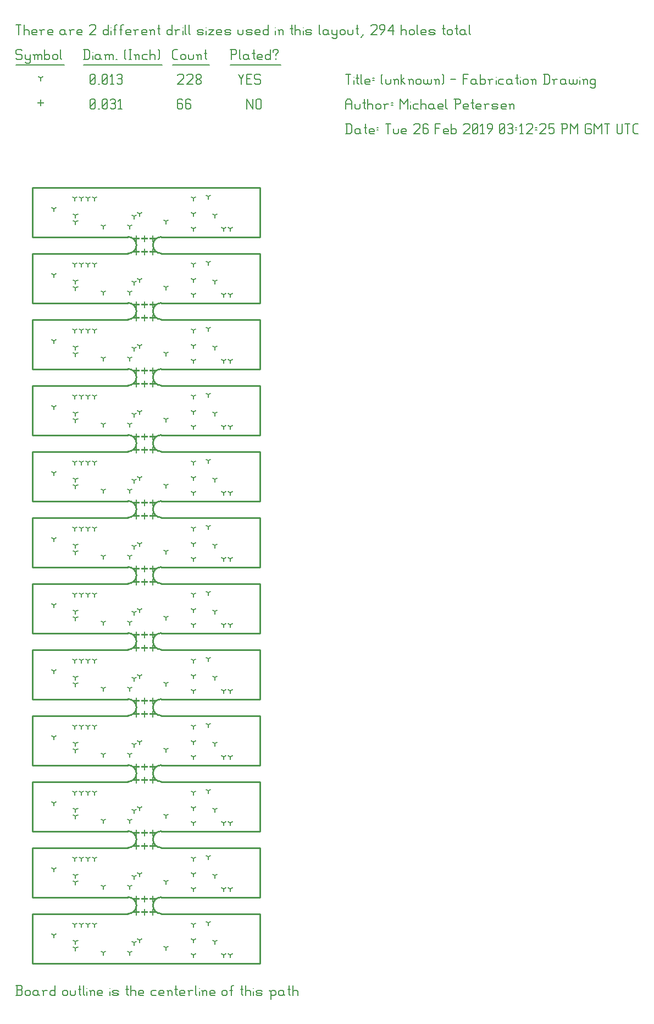
<source format=gbr>
G04 start of page 13 for group -3984 idx -3984 *
G04 Title: (unknown), fab *
G04 Creator: pcb 20140316 *
G04 CreationDate: Tue 26 Feb 2019 03:12:25 PM GMT UTC *
G04 For: railfan *
G04 Format: Gerber/RS-274X *
G04 PCB-Dimensions (mil): 1580.00 4900.00 *
G04 PCB-Coordinate-Origin: lower left *
%MOIN*%
%FSLAX25Y25*%
%LNFAB*%
%ADD55C,0.0100*%
%ADD54C,0.0075*%
%ADD53C,0.0060*%
%ADD52R,0.0080X0.0080*%
G54D52*X78000Y450600D02*Y447400D01*
X76400Y449000D02*X79600D01*
X73000Y450600D02*Y447400D01*
X71400Y449000D02*X74600D01*
X83000Y450600D02*Y447400D01*
X81400Y449000D02*X84600D01*
X78000Y442600D02*Y439400D01*
X76400Y441000D02*X79600D01*
X73000Y442600D02*Y439400D01*
X71400Y441000D02*X74600D01*
X83000Y442600D02*Y439400D01*
X81400Y441000D02*X84600D01*
X78000Y410600D02*Y407400D01*
X76400Y409000D02*X79600D01*
X73000Y410600D02*Y407400D01*
X71400Y409000D02*X74600D01*
X83000Y410600D02*Y407400D01*
X81400Y409000D02*X84600D01*
X78000Y402600D02*Y399400D01*
X76400Y401000D02*X79600D01*
X73000Y402600D02*Y399400D01*
X71400Y401000D02*X74600D01*
X83000Y402600D02*Y399400D01*
X81400Y401000D02*X84600D01*
X78000Y370600D02*Y367400D01*
X76400Y369000D02*X79600D01*
X73000Y370600D02*Y367400D01*
X71400Y369000D02*X74600D01*
X83000Y370600D02*Y367400D01*
X81400Y369000D02*X84600D01*
X78000Y362600D02*Y359400D01*
X76400Y361000D02*X79600D01*
X73000Y362600D02*Y359400D01*
X71400Y361000D02*X74600D01*
X83000Y362600D02*Y359400D01*
X81400Y361000D02*X84600D01*
X78000Y330600D02*Y327400D01*
X76400Y329000D02*X79600D01*
X73000Y330600D02*Y327400D01*
X71400Y329000D02*X74600D01*
X83000Y330600D02*Y327400D01*
X81400Y329000D02*X84600D01*
X78000Y322600D02*Y319400D01*
X76400Y321000D02*X79600D01*
X73000Y322600D02*Y319400D01*
X71400Y321000D02*X74600D01*
X83000Y322600D02*Y319400D01*
X81400Y321000D02*X84600D01*
X78000Y290600D02*Y287400D01*
X76400Y289000D02*X79600D01*
X73000Y290600D02*Y287400D01*
X71400Y289000D02*X74600D01*
X83000Y290600D02*Y287400D01*
X81400Y289000D02*X84600D01*
X78000Y282600D02*Y279400D01*
X76400Y281000D02*X79600D01*
X73000Y282600D02*Y279400D01*
X71400Y281000D02*X74600D01*
X83000Y282600D02*Y279400D01*
X81400Y281000D02*X84600D01*
X78000Y250600D02*Y247400D01*
X76400Y249000D02*X79600D01*
X73000Y250600D02*Y247400D01*
X71400Y249000D02*X74600D01*
X83000Y250600D02*Y247400D01*
X81400Y249000D02*X84600D01*
X78000Y242600D02*Y239400D01*
X76400Y241000D02*X79600D01*
X73000Y242600D02*Y239400D01*
X71400Y241000D02*X74600D01*
X83000Y242600D02*Y239400D01*
X81400Y241000D02*X84600D01*
X78000Y210600D02*Y207400D01*
X76400Y209000D02*X79600D01*
X73000Y210600D02*Y207400D01*
X71400Y209000D02*X74600D01*
X83000Y210600D02*Y207400D01*
X81400Y209000D02*X84600D01*
X78000Y202600D02*Y199400D01*
X76400Y201000D02*X79600D01*
X73000Y202600D02*Y199400D01*
X71400Y201000D02*X74600D01*
X83000Y202600D02*Y199400D01*
X81400Y201000D02*X84600D01*
X78000Y170600D02*Y167400D01*
X76400Y169000D02*X79600D01*
X73000Y170600D02*Y167400D01*
X71400Y169000D02*X74600D01*
X83000Y170600D02*Y167400D01*
X81400Y169000D02*X84600D01*
X78000Y162600D02*Y159400D01*
X76400Y161000D02*X79600D01*
X73000Y162600D02*Y159400D01*
X71400Y161000D02*X74600D01*
X83000Y162600D02*Y159400D01*
X81400Y161000D02*X84600D01*
X78000Y130600D02*Y127400D01*
X76400Y129000D02*X79600D01*
X73000Y130600D02*Y127400D01*
X71400Y129000D02*X74600D01*
X83000Y130600D02*Y127400D01*
X81400Y129000D02*X84600D01*
X78000Y122600D02*Y119400D01*
X76400Y121000D02*X79600D01*
X73000Y122600D02*Y119400D01*
X71400Y121000D02*X74600D01*
X83000Y122600D02*Y119400D01*
X81400Y121000D02*X84600D01*
X78000Y90600D02*Y87400D01*
X76400Y89000D02*X79600D01*
X73000Y90600D02*Y87400D01*
X71400Y89000D02*X74600D01*
X83000Y90600D02*Y87400D01*
X81400Y89000D02*X84600D01*
X78000Y82600D02*Y79400D01*
X76400Y81000D02*X79600D01*
X73000Y82600D02*Y79400D01*
X71400Y81000D02*X74600D01*
X83000Y82600D02*Y79400D01*
X81400Y81000D02*X84600D01*
X78000Y50600D02*Y47400D01*
X76400Y49000D02*X79600D01*
X73000Y50600D02*Y47400D01*
X71400Y49000D02*X74600D01*
X83000Y50600D02*Y47400D01*
X81400Y49000D02*X84600D01*
X78000Y42600D02*Y39400D01*
X76400Y41000D02*X79600D01*
X73000Y42600D02*Y39400D01*
X71400Y41000D02*X74600D01*
X83000Y42600D02*Y39400D01*
X81400Y41000D02*X84600D01*
X15000Y532850D02*Y529650D01*
X13400Y531250D02*X16600D01*
G54D53*X140000Y533500D02*Y527500D01*
Y533500D02*X143750Y527500D01*
Y533500D02*Y527500D01*
X145550Y532750D02*Y528250D01*
Y532750D02*X146300Y533500D01*
X147800D01*
X148550Y532750D01*
Y528250D01*
X147800Y527500D02*X148550Y528250D01*
X146300Y527500D02*X147800D01*
X145550Y528250D02*X146300Y527500D01*
X100250Y533500D02*X101000Y532750D01*
X98750Y533500D02*X100250D01*
X98000Y532750D02*X98750Y533500D01*
X98000Y532750D02*Y528250D01*
X98750Y527500D01*
X100250Y530800D02*X101000Y530050D01*
X98000Y530800D02*X100250D01*
X98750Y527500D02*X100250D01*
X101000Y528250D01*
Y530050D02*Y528250D01*
X105050Y533500D02*X105800Y532750D01*
X103550Y533500D02*X105050D01*
X102800Y532750D02*X103550Y533500D01*
X102800Y532750D02*Y528250D01*
X103550Y527500D01*
X105050Y530800D02*X105800Y530050D01*
X102800Y530800D02*X105050D01*
X103550Y527500D02*X105050D01*
X105800Y528250D01*
Y530050D02*Y528250D01*
X45000D02*X45750Y527500D01*
X45000Y532750D02*Y528250D01*
Y532750D02*X45750Y533500D01*
X47250D01*
X48000Y532750D01*
Y528250D01*
X47250Y527500D02*X48000Y528250D01*
X45750Y527500D02*X47250D01*
X45000Y529000D02*X48000Y532000D01*
X49800Y527500D02*X50550D01*
X52350Y528250D02*X53100Y527500D01*
X52350Y532750D02*Y528250D01*
Y532750D02*X53100Y533500D01*
X54600D01*
X55350Y532750D01*
Y528250D01*
X54600Y527500D02*X55350Y528250D01*
X53100Y527500D02*X54600D01*
X52350Y529000D02*X55350Y532000D01*
X57150Y532750D02*X57900Y533500D01*
X59400D01*
X60150Y532750D01*
X59400Y527500D02*X60150Y528250D01*
X57900Y527500D02*X59400D01*
X57150Y528250D02*X57900Y527500D01*
Y530800D02*X59400D01*
X60150Y532750D02*Y531550D01*
Y530050D02*Y528250D01*
Y530050D02*X59400Y530800D01*
X60150Y531550D02*X59400Y530800D01*
X61950Y532300D02*X63150Y533500D01*
Y527500D01*
X61950D02*X64200D01*
X53000Y456500D02*Y454900D01*
Y456500D02*X54387Y457300D01*
X53000Y456500D02*X51613Y457300D01*
X36063Y459094D02*Y457494D01*
Y459094D02*X37450Y459894D01*
X36063Y459094D02*X34676Y459894D01*
X36063Y463031D02*Y461431D01*
Y463031D02*X37450Y463831D01*
X36063Y463031D02*X34676Y463831D01*
X69000Y456500D02*Y454900D01*
Y456500D02*X70387Y457300D01*
X69000Y456500D02*X67613Y457300D01*
X107500Y464000D02*Y462400D01*
Y464000D02*X108887Y464800D01*
X107500Y464000D02*X106113Y464800D01*
X107500Y455000D02*Y453400D01*
Y455000D02*X108887Y455800D01*
X107500Y455000D02*X106113Y455800D01*
X91000Y459500D02*Y457900D01*
Y459500D02*X92387Y460300D01*
X91000Y459500D02*X89613Y460300D01*
X35500Y473500D02*Y471900D01*
Y473500D02*X36887Y474300D01*
X35500Y473500D02*X34113Y474300D01*
X39500Y473500D02*Y471900D01*
Y473500D02*X40887Y474300D01*
X39500Y473500D02*X38113Y474300D01*
X43500Y473500D02*Y471900D01*
Y473500D02*X44887Y474300D01*
X43500Y473500D02*X42113Y474300D01*
X47500Y473500D02*Y471900D01*
Y473500D02*X48887Y474300D01*
X47500Y473500D02*X46113Y474300D01*
X120500Y463031D02*Y461431D01*
Y463031D02*X121887Y463831D01*
X120500Y463031D02*X119113Y463831D01*
X23000Y466969D02*Y465369D01*
Y466969D02*X24387Y467769D01*
X23000Y466969D02*X21613Y467769D01*
X107500Y473500D02*Y471900D01*
Y473500D02*X108887Y474300D01*
X107500Y473500D02*X106113Y474300D01*
X71500Y462500D02*Y460900D01*
Y462500D02*X72887Y463300D01*
X71500Y462500D02*X70113Y463300D01*
X75000Y464000D02*Y462400D01*
Y464000D02*X76387Y464800D01*
X75000Y464000D02*X73613Y464800D01*
X126000Y455000D02*Y453400D01*
Y455000D02*X127387Y455800D01*
X126000Y455000D02*X124613Y455800D01*
X130000Y455000D02*Y453400D01*
Y455000D02*X131387Y455800D01*
X130000Y455000D02*X128613Y455800D01*
X116500Y474500D02*Y472900D01*
Y474500D02*X117887Y475300D01*
X116500Y474500D02*X115113Y475300D01*
X53000Y416500D02*Y414900D01*
Y416500D02*X54387Y417300D01*
X53000Y416500D02*X51613Y417300D01*
X36063Y419094D02*Y417494D01*
Y419094D02*X37450Y419894D01*
X36063Y419094D02*X34676Y419894D01*
X36063Y423031D02*Y421431D01*
Y423031D02*X37450Y423831D01*
X36063Y423031D02*X34676Y423831D01*
X69000Y416500D02*Y414900D01*
Y416500D02*X70387Y417300D01*
X69000Y416500D02*X67613Y417300D01*
X107500Y424000D02*Y422400D01*
Y424000D02*X108887Y424800D01*
X107500Y424000D02*X106113Y424800D01*
X107500Y415000D02*Y413400D01*
Y415000D02*X108887Y415800D01*
X107500Y415000D02*X106113Y415800D01*
X91000Y419500D02*Y417900D01*
Y419500D02*X92387Y420300D01*
X91000Y419500D02*X89613Y420300D01*
X35500Y433500D02*Y431900D01*
Y433500D02*X36887Y434300D01*
X35500Y433500D02*X34113Y434300D01*
X39500Y433500D02*Y431900D01*
Y433500D02*X40887Y434300D01*
X39500Y433500D02*X38113Y434300D01*
X43500Y433500D02*Y431900D01*
Y433500D02*X44887Y434300D01*
X43500Y433500D02*X42113Y434300D01*
X47500Y433500D02*Y431900D01*
Y433500D02*X48887Y434300D01*
X47500Y433500D02*X46113Y434300D01*
X120500Y423031D02*Y421431D01*
Y423031D02*X121887Y423831D01*
X120500Y423031D02*X119113Y423831D01*
X23000Y426969D02*Y425369D01*
Y426969D02*X24387Y427769D01*
X23000Y426969D02*X21613Y427769D01*
X107500Y433500D02*Y431900D01*
Y433500D02*X108887Y434300D01*
X107500Y433500D02*X106113Y434300D01*
X71500Y422500D02*Y420900D01*
Y422500D02*X72887Y423300D01*
X71500Y422500D02*X70113Y423300D01*
X75000Y424000D02*Y422400D01*
Y424000D02*X76387Y424800D01*
X75000Y424000D02*X73613Y424800D01*
X126000Y415000D02*Y413400D01*
Y415000D02*X127387Y415800D01*
X126000Y415000D02*X124613Y415800D01*
X130000Y415000D02*Y413400D01*
Y415000D02*X131387Y415800D01*
X130000Y415000D02*X128613Y415800D01*
X116500Y434500D02*Y432900D01*
Y434500D02*X117887Y435300D01*
X116500Y434500D02*X115113Y435300D01*
X53000Y376500D02*Y374900D01*
Y376500D02*X54387Y377300D01*
X53000Y376500D02*X51613Y377300D01*
X36063Y379094D02*Y377494D01*
Y379094D02*X37450Y379894D01*
X36063Y379094D02*X34676Y379894D01*
X36063Y383031D02*Y381431D01*
Y383031D02*X37450Y383831D01*
X36063Y383031D02*X34676Y383831D01*
X69000Y376500D02*Y374900D01*
Y376500D02*X70387Y377300D01*
X69000Y376500D02*X67613Y377300D01*
X107500Y384000D02*Y382400D01*
Y384000D02*X108887Y384800D01*
X107500Y384000D02*X106113Y384800D01*
X107500Y375000D02*Y373400D01*
Y375000D02*X108887Y375800D01*
X107500Y375000D02*X106113Y375800D01*
X91000Y379500D02*Y377900D01*
Y379500D02*X92387Y380300D01*
X91000Y379500D02*X89613Y380300D01*
X35500Y393500D02*Y391900D01*
Y393500D02*X36887Y394300D01*
X35500Y393500D02*X34113Y394300D01*
X39500Y393500D02*Y391900D01*
Y393500D02*X40887Y394300D01*
X39500Y393500D02*X38113Y394300D01*
X43500Y393500D02*Y391900D01*
Y393500D02*X44887Y394300D01*
X43500Y393500D02*X42113Y394300D01*
X47500Y393500D02*Y391900D01*
Y393500D02*X48887Y394300D01*
X47500Y393500D02*X46113Y394300D01*
X120500Y383031D02*Y381431D01*
Y383031D02*X121887Y383831D01*
X120500Y383031D02*X119113Y383831D01*
X23000Y386969D02*Y385369D01*
Y386969D02*X24387Y387769D01*
X23000Y386969D02*X21613Y387769D01*
X107500Y393500D02*Y391900D01*
Y393500D02*X108887Y394300D01*
X107500Y393500D02*X106113Y394300D01*
X71500Y382500D02*Y380900D01*
Y382500D02*X72887Y383300D01*
X71500Y382500D02*X70113Y383300D01*
X75000Y384000D02*Y382400D01*
Y384000D02*X76387Y384800D01*
X75000Y384000D02*X73613Y384800D01*
X126000Y375000D02*Y373400D01*
Y375000D02*X127387Y375800D01*
X126000Y375000D02*X124613Y375800D01*
X130000Y375000D02*Y373400D01*
Y375000D02*X131387Y375800D01*
X130000Y375000D02*X128613Y375800D01*
X116500Y394500D02*Y392900D01*
Y394500D02*X117887Y395300D01*
X116500Y394500D02*X115113Y395300D01*
X53000Y336500D02*Y334900D01*
Y336500D02*X54387Y337300D01*
X53000Y336500D02*X51613Y337300D01*
X36063Y339094D02*Y337494D01*
Y339094D02*X37450Y339894D01*
X36063Y339094D02*X34676Y339894D01*
X36063Y343031D02*Y341431D01*
Y343031D02*X37450Y343831D01*
X36063Y343031D02*X34676Y343831D01*
X69000Y336500D02*Y334900D01*
Y336500D02*X70387Y337300D01*
X69000Y336500D02*X67613Y337300D01*
X107500Y344000D02*Y342400D01*
Y344000D02*X108887Y344800D01*
X107500Y344000D02*X106113Y344800D01*
X107500Y335000D02*Y333400D01*
Y335000D02*X108887Y335800D01*
X107500Y335000D02*X106113Y335800D01*
X91000Y339500D02*Y337900D01*
Y339500D02*X92387Y340300D01*
X91000Y339500D02*X89613Y340300D01*
X35500Y353500D02*Y351900D01*
Y353500D02*X36887Y354300D01*
X35500Y353500D02*X34113Y354300D01*
X39500Y353500D02*Y351900D01*
Y353500D02*X40887Y354300D01*
X39500Y353500D02*X38113Y354300D01*
X43500Y353500D02*Y351900D01*
Y353500D02*X44887Y354300D01*
X43500Y353500D02*X42113Y354300D01*
X47500Y353500D02*Y351900D01*
Y353500D02*X48887Y354300D01*
X47500Y353500D02*X46113Y354300D01*
X120500Y343031D02*Y341431D01*
Y343031D02*X121887Y343831D01*
X120500Y343031D02*X119113Y343831D01*
X23000Y346969D02*Y345369D01*
Y346969D02*X24387Y347769D01*
X23000Y346969D02*X21613Y347769D01*
X107500Y353500D02*Y351900D01*
Y353500D02*X108887Y354300D01*
X107500Y353500D02*X106113Y354300D01*
X71500Y342500D02*Y340900D01*
Y342500D02*X72887Y343300D01*
X71500Y342500D02*X70113Y343300D01*
X75000Y344000D02*Y342400D01*
Y344000D02*X76387Y344800D01*
X75000Y344000D02*X73613Y344800D01*
X126000Y335000D02*Y333400D01*
Y335000D02*X127387Y335800D01*
X126000Y335000D02*X124613Y335800D01*
X130000Y335000D02*Y333400D01*
Y335000D02*X131387Y335800D01*
X130000Y335000D02*X128613Y335800D01*
X116500Y354500D02*Y352900D01*
Y354500D02*X117887Y355300D01*
X116500Y354500D02*X115113Y355300D01*
X53000Y296500D02*Y294900D01*
Y296500D02*X54387Y297300D01*
X53000Y296500D02*X51613Y297300D01*
X36063Y299094D02*Y297494D01*
Y299094D02*X37450Y299894D01*
X36063Y299094D02*X34676Y299894D01*
X36063Y303031D02*Y301431D01*
Y303031D02*X37450Y303831D01*
X36063Y303031D02*X34676Y303831D01*
X69000Y296500D02*Y294900D01*
Y296500D02*X70387Y297300D01*
X69000Y296500D02*X67613Y297300D01*
X107500Y304000D02*Y302400D01*
Y304000D02*X108887Y304800D01*
X107500Y304000D02*X106113Y304800D01*
X107500Y295000D02*Y293400D01*
Y295000D02*X108887Y295800D01*
X107500Y295000D02*X106113Y295800D01*
X91000Y299500D02*Y297900D01*
Y299500D02*X92387Y300300D01*
X91000Y299500D02*X89613Y300300D01*
X35500Y313500D02*Y311900D01*
Y313500D02*X36887Y314300D01*
X35500Y313500D02*X34113Y314300D01*
X39500Y313500D02*Y311900D01*
Y313500D02*X40887Y314300D01*
X39500Y313500D02*X38113Y314300D01*
X43500Y313500D02*Y311900D01*
Y313500D02*X44887Y314300D01*
X43500Y313500D02*X42113Y314300D01*
X47500Y313500D02*Y311900D01*
Y313500D02*X48887Y314300D01*
X47500Y313500D02*X46113Y314300D01*
X120500Y303031D02*Y301431D01*
Y303031D02*X121887Y303831D01*
X120500Y303031D02*X119113Y303831D01*
X23000Y306969D02*Y305369D01*
Y306969D02*X24387Y307769D01*
X23000Y306969D02*X21613Y307769D01*
X107500Y313500D02*Y311900D01*
Y313500D02*X108887Y314300D01*
X107500Y313500D02*X106113Y314300D01*
X71500Y302500D02*Y300900D01*
Y302500D02*X72887Y303300D01*
X71500Y302500D02*X70113Y303300D01*
X75000Y304000D02*Y302400D01*
Y304000D02*X76387Y304800D01*
X75000Y304000D02*X73613Y304800D01*
X126000Y295000D02*Y293400D01*
Y295000D02*X127387Y295800D01*
X126000Y295000D02*X124613Y295800D01*
X130000Y295000D02*Y293400D01*
Y295000D02*X131387Y295800D01*
X130000Y295000D02*X128613Y295800D01*
X116500Y314500D02*Y312900D01*
Y314500D02*X117887Y315300D01*
X116500Y314500D02*X115113Y315300D01*
X53000Y256500D02*Y254900D01*
Y256500D02*X54387Y257300D01*
X53000Y256500D02*X51613Y257300D01*
X36063Y259094D02*Y257494D01*
Y259094D02*X37450Y259894D01*
X36063Y259094D02*X34676Y259894D01*
X36063Y263031D02*Y261431D01*
Y263031D02*X37450Y263831D01*
X36063Y263031D02*X34676Y263831D01*
X69000Y256500D02*Y254900D01*
Y256500D02*X70387Y257300D01*
X69000Y256500D02*X67613Y257300D01*
X107500Y264000D02*Y262400D01*
Y264000D02*X108887Y264800D01*
X107500Y264000D02*X106113Y264800D01*
X107500Y255000D02*Y253400D01*
Y255000D02*X108887Y255800D01*
X107500Y255000D02*X106113Y255800D01*
X91000Y259500D02*Y257900D01*
Y259500D02*X92387Y260300D01*
X91000Y259500D02*X89613Y260300D01*
X35500Y273500D02*Y271900D01*
Y273500D02*X36887Y274300D01*
X35500Y273500D02*X34113Y274300D01*
X39500Y273500D02*Y271900D01*
Y273500D02*X40887Y274300D01*
X39500Y273500D02*X38113Y274300D01*
X43500Y273500D02*Y271900D01*
Y273500D02*X44887Y274300D01*
X43500Y273500D02*X42113Y274300D01*
X47500Y273500D02*Y271900D01*
Y273500D02*X48887Y274300D01*
X47500Y273500D02*X46113Y274300D01*
X120500Y263031D02*Y261431D01*
Y263031D02*X121887Y263831D01*
X120500Y263031D02*X119113Y263831D01*
X23000Y266969D02*Y265369D01*
Y266969D02*X24387Y267769D01*
X23000Y266969D02*X21613Y267769D01*
X107500Y273500D02*Y271900D01*
Y273500D02*X108887Y274300D01*
X107500Y273500D02*X106113Y274300D01*
X71500Y262500D02*Y260900D01*
Y262500D02*X72887Y263300D01*
X71500Y262500D02*X70113Y263300D01*
X75000Y264000D02*Y262400D01*
Y264000D02*X76387Y264800D01*
X75000Y264000D02*X73613Y264800D01*
X126000Y255000D02*Y253400D01*
Y255000D02*X127387Y255800D01*
X126000Y255000D02*X124613Y255800D01*
X130000Y255000D02*Y253400D01*
Y255000D02*X131387Y255800D01*
X130000Y255000D02*X128613Y255800D01*
X116500Y274500D02*Y272900D01*
Y274500D02*X117887Y275300D01*
X116500Y274500D02*X115113Y275300D01*
X53000Y216500D02*Y214900D01*
Y216500D02*X54387Y217300D01*
X53000Y216500D02*X51613Y217300D01*
X36063Y219094D02*Y217494D01*
Y219094D02*X37450Y219894D01*
X36063Y219094D02*X34676Y219894D01*
X36063Y223031D02*Y221431D01*
Y223031D02*X37450Y223831D01*
X36063Y223031D02*X34676Y223831D01*
X69000Y216500D02*Y214900D01*
Y216500D02*X70387Y217300D01*
X69000Y216500D02*X67613Y217300D01*
X107500Y224000D02*Y222400D01*
Y224000D02*X108887Y224800D01*
X107500Y224000D02*X106113Y224800D01*
X107500Y215000D02*Y213400D01*
Y215000D02*X108887Y215800D01*
X107500Y215000D02*X106113Y215800D01*
X91000Y219500D02*Y217900D01*
Y219500D02*X92387Y220300D01*
X91000Y219500D02*X89613Y220300D01*
X35500Y233500D02*Y231900D01*
Y233500D02*X36887Y234300D01*
X35500Y233500D02*X34113Y234300D01*
X39500Y233500D02*Y231900D01*
Y233500D02*X40887Y234300D01*
X39500Y233500D02*X38113Y234300D01*
X43500Y233500D02*Y231900D01*
Y233500D02*X44887Y234300D01*
X43500Y233500D02*X42113Y234300D01*
X47500Y233500D02*Y231900D01*
Y233500D02*X48887Y234300D01*
X47500Y233500D02*X46113Y234300D01*
X120500Y223031D02*Y221431D01*
Y223031D02*X121887Y223831D01*
X120500Y223031D02*X119113Y223831D01*
X23000Y226969D02*Y225369D01*
Y226969D02*X24387Y227769D01*
X23000Y226969D02*X21613Y227769D01*
X107500Y233500D02*Y231900D01*
Y233500D02*X108887Y234300D01*
X107500Y233500D02*X106113Y234300D01*
X71500Y222500D02*Y220900D01*
Y222500D02*X72887Y223300D01*
X71500Y222500D02*X70113Y223300D01*
X75000Y224000D02*Y222400D01*
Y224000D02*X76387Y224800D01*
X75000Y224000D02*X73613Y224800D01*
X126000Y215000D02*Y213400D01*
Y215000D02*X127387Y215800D01*
X126000Y215000D02*X124613Y215800D01*
X130000Y215000D02*Y213400D01*
Y215000D02*X131387Y215800D01*
X130000Y215000D02*X128613Y215800D01*
X116500Y234500D02*Y232900D01*
Y234500D02*X117887Y235300D01*
X116500Y234500D02*X115113Y235300D01*
X53000Y176500D02*Y174900D01*
Y176500D02*X54387Y177300D01*
X53000Y176500D02*X51613Y177300D01*
X36063Y179094D02*Y177494D01*
Y179094D02*X37450Y179894D01*
X36063Y179094D02*X34676Y179894D01*
X36063Y183031D02*Y181431D01*
Y183031D02*X37450Y183831D01*
X36063Y183031D02*X34676Y183831D01*
X69000Y176500D02*Y174900D01*
Y176500D02*X70387Y177300D01*
X69000Y176500D02*X67613Y177300D01*
X107500Y184000D02*Y182400D01*
Y184000D02*X108887Y184800D01*
X107500Y184000D02*X106113Y184800D01*
X107500Y175000D02*Y173400D01*
Y175000D02*X108887Y175800D01*
X107500Y175000D02*X106113Y175800D01*
X91000Y179500D02*Y177900D01*
Y179500D02*X92387Y180300D01*
X91000Y179500D02*X89613Y180300D01*
X35500Y193500D02*Y191900D01*
Y193500D02*X36887Y194300D01*
X35500Y193500D02*X34113Y194300D01*
X39500Y193500D02*Y191900D01*
Y193500D02*X40887Y194300D01*
X39500Y193500D02*X38113Y194300D01*
X43500Y193500D02*Y191900D01*
Y193500D02*X44887Y194300D01*
X43500Y193500D02*X42113Y194300D01*
X47500Y193500D02*Y191900D01*
Y193500D02*X48887Y194300D01*
X47500Y193500D02*X46113Y194300D01*
X120500Y183031D02*Y181431D01*
Y183031D02*X121887Y183831D01*
X120500Y183031D02*X119113Y183831D01*
X23000Y186969D02*Y185369D01*
Y186969D02*X24387Y187769D01*
X23000Y186969D02*X21613Y187769D01*
X107500Y193500D02*Y191900D01*
Y193500D02*X108887Y194300D01*
X107500Y193500D02*X106113Y194300D01*
X71500Y182500D02*Y180900D01*
Y182500D02*X72887Y183300D01*
X71500Y182500D02*X70113Y183300D01*
X75000Y184000D02*Y182400D01*
Y184000D02*X76387Y184800D01*
X75000Y184000D02*X73613Y184800D01*
X126000Y175000D02*Y173400D01*
Y175000D02*X127387Y175800D01*
X126000Y175000D02*X124613Y175800D01*
X130000Y175000D02*Y173400D01*
Y175000D02*X131387Y175800D01*
X130000Y175000D02*X128613Y175800D01*
X116500Y194500D02*Y192900D01*
Y194500D02*X117887Y195300D01*
X116500Y194500D02*X115113Y195300D01*
X53000Y136500D02*Y134900D01*
Y136500D02*X54387Y137300D01*
X53000Y136500D02*X51613Y137300D01*
X36063Y139094D02*Y137494D01*
Y139094D02*X37450Y139894D01*
X36063Y139094D02*X34676Y139894D01*
X36063Y143031D02*Y141431D01*
Y143031D02*X37450Y143831D01*
X36063Y143031D02*X34676Y143831D01*
X69000Y136500D02*Y134900D01*
Y136500D02*X70387Y137300D01*
X69000Y136500D02*X67613Y137300D01*
X107500Y144000D02*Y142400D01*
Y144000D02*X108887Y144800D01*
X107500Y144000D02*X106113Y144800D01*
X107500Y135000D02*Y133400D01*
Y135000D02*X108887Y135800D01*
X107500Y135000D02*X106113Y135800D01*
X91000Y139500D02*Y137900D01*
Y139500D02*X92387Y140300D01*
X91000Y139500D02*X89613Y140300D01*
X35500Y153500D02*Y151900D01*
Y153500D02*X36887Y154300D01*
X35500Y153500D02*X34113Y154300D01*
X39500Y153500D02*Y151900D01*
Y153500D02*X40887Y154300D01*
X39500Y153500D02*X38113Y154300D01*
X43500Y153500D02*Y151900D01*
Y153500D02*X44887Y154300D01*
X43500Y153500D02*X42113Y154300D01*
X47500Y153500D02*Y151900D01*
Y153500D02*X48887Y154300D01*
X47500Y153500D02*X46113Y154300D01*
X120500Y143031D02*Y141431D01*
Y143031D02*X121887Y143831D01*
X120500Y143031D02*X119113Y143831D01*
X23000Y146969D02*Y145369D01*
Y146969D02*X24387Y147769D01*
X23000Y146969D02*X21613Y147769D01*
X107500Y153500D02*Y151900D01*
Y153500D02*X108887Y154300D01*
X107500Y153500D02*X106113Y154300D01*
X71500Y142500D02*Y140900D01*
Y142500D02*X72887Y143300D01*
X71500Y142500D02*X70113Y143300D01*
X75000Y144000D02*Y142400D01*
Y144000D02*X76387Y144800D01*
X75000Y144000D02*X73613Y144800D01*
X126000Y135000D02*Y133400D01*
Y135000D02*X127387Y135800D01*
X126000Y135000D02*X124613Y135800D01*
X130000Y135000D02*Y133400D01*
Y135000D02*X131387Y135800D01*
X130000Y135000D02*X128613Y135800D01*
X116500Y154500D02*Y152900D01*
Y154500D02*X117887Y155300D01*
X116500Y154500D02*X115113Y155300D01*
X53000Y96500D02*Y94900D01*
Y96500D02*X54387Y97300D01*
X53000Y96500D02*X51613Y97300D01*
X36063Y99094D02*Y97494D01*
Y99094D02*X37450Y99894D01*
X36063Y99094D02*X34676Y99894D01*
X36063Y103031D02*Y101431D01*
Y103031D02*X37450Y103831D01*
X36063Y103031D02*X34676Y103831D01*
X69000Y96500D02*Y94900D01*
Y96500D02*X70387Y97300D01*
X69000Y96500D02*X67613Y97300D01*
X107500Y104000D02*Y102400D01*
Y104000D02*X108887Y104800D01*
X107500Y104000D02*X106113Y104800D01*
X107500Y95000D02*Y93400D01*
Y95000D02*X108887Y95800D01*
X107500Y95000D02*X106113Y95800D01*
X91000Y99500D02*Y97900D01*
Y99500D02*X92387Y100300D01*
X91000Y99500D02*X89613Y100300D01*
X35500Y113500D02*Y111900D01*
Y113500D02*X36887Y114300D01*
X35500Y113500D02*X34113Y114300D01*
X39500Y113500D02*Y111900D01*
Y113500D02*X40887Y114300D01*
X39500Y113500D02*X38113Y114300D01*
X43500Y113500D02*Y111900D01*
Y113500D02*X44887Y114300D01*
X43500Y113500D02*X42113Y114300D01*
X47500Y113500D02*Y111900D01*
Y113500D02*X48887Y114300D01*
X47500Y113500D02*X46113Y114300D01*
X120500Y103031D02*Y101431D01*
Y103031D02*X121887Y103831D01*
X120500Y103031D02*X119113Y103831D01*
X23000Y106969D02*Y105369D01*
Y106969D02*X24387Y107769D01*
X23000Y106969D02*X21613Y107769D01*
X107500Y113500D02*Y111900D01*
Y113500D02*X108887Y114300D01*
X107500Y113500D02*X106113Y114300D01*
X71500Y102500D02*Y100900D01*
Y102500D02*X72887Y103300D01*
X71500Y102500D02*X70113Y103300D01*
X75000Y104000D02*Y102400D01*
Y104000D02*X76387Y104800D01*
X75000Y104000D02*X73613Y104800D01*
X126000Y95000D02*Y93400D01*
Y95000D02*X127387Y95800D01*
X126000Y95000D02*X124613Y95800D01*
X130000Y95000D02*Y93400D01*
Y95000D02*X131387Y95800D01*
X130000Y95000D02*X128613Y95800D01*
X116500Y114500D02*Y112900D01*
Y114500D02*X117887Y115300D01*
X116500Y114500D02*X115113Y115300D01*
X53000Y56500D02*Y54900D01*
Y56500D02*X54387Y57300D01*
X53000Y56500D02*X51613Y57300D01*
X36063Y59094D02*Y57494D01*
Y59094D02*X37450Y59894D01*
X36063Y59094D02*X34676Y59894D01*
X36063Y63031D02*Y61431D01*
Y63031D02*X37450Y63831D01*
X36063Y63031D02*X34676Y63831D01*
X69000Y56500D02*Y54900D01*
Y56500D02*X70387Y57300D01*
X69000Y56500D02*X67613Y57300D01*
X107500Y64000D02*Y62400D01*
Y64000D02*X108887Y64800D01*
X107500Y64000D02*X106113Y64800D01*
X107500Y55000D02*Y53400D01*
Y55000D02*X108887Y55800D01*
X107500Y55000D02*X106113Y55800D01*
X91000Y59500D02*Y57900D01*
Y59500D02*X92387Y60300D01*
X91000Y59500D02*X89613Y60300D01*
X35500Y73500D02*Y71900D01*
Y73500D02*X36887Y74300D01*
X35500Y73500D02*X34113Y74300D01*
X39500Y73500D02*Y71900D01*
Y73500D02*X40887Y74300D01*
X39500Y73500D02*X38113Y74300D01*
X43500Y73500D02*Y71900D01*
Y73500D02*X44887Y74300D01*
X43500Y73500D02*X42113Y74300D01*
X47500Y73500D02*Y71900D01*
Y73500D02*X48887Y74300D01*
X47500Y73500D02*X46113Y74300D01*
X120500Y63031D02*Y61431D01*
Y63031D02*X121887Y63831D01*
X120500Y63031D02*X119113Y63831D01*
X23000Y66969D02*Y65369D01*
Y66969D02*X24387Y67769D01*
X23000Y66969D02*X21613Y67769D01*
X107500Y73500D02*Y71900D01*
Y73500D02*X108887Y74300D01*
X107500Y73500D02*X106113Y74300D01*
X71500Y62500D02*Y60900D01*
Y62500D02*X72887Y63300D01*
X71500Y62500D02*X70113Y63300D01*
X75000Y64000D02*Y62400D01*
Y64000D02*X76387Y64800D01*
X75000Y64000D02*X73613Y64800D01*
X126000Y55000D02*Y53400D01*
Y55000D02*X127387Y55800D01*
X126000Y55000D02*X124613Y55800D01*
X130000Y55000D02*Y53400D01*
Y55000D02*X131387Y55800D01*
X130000Y55000D02*X128613Y55800D01*
X116500Y74500D02*Y72900D01*
Y74500D02*X117887Y75300D01*
X116500Y74500D02*X115113Y75300D01*
X53000Y16500D02*Y14900D01*
Y16500D02*X54387Y17300D01*
X53000Y16500D02*X51613Y17300D01*
X36063Y19094D02*Y17494D01*
Y19094D02*X37450Y19894D01*
X36063Y19094D02*X34676Y19894D01*
X36063Y23031D02*Y21431D01*
Y23031D02*X37450Y23831D01*
X36063Y23031D02*X34676Y23831D01*
X69000Y16500D02*Y14900D01*
Y16500D02*X70387Y17300D01*
X69000Y16500D02*X67613Y17300D01*
X107500Y24000D02*Y22400D01*
Y24000D02*X108887Y24800D01*
X107500Y24000D02*X106113Y24800D01*
X107500Y15000D02*Y13400D01*
Y15000D02*X108887Y15800D01*
X107500Y15000D02*X106113Y15800D01*
X91000Y19500D02*Y17900D01*
Y19500D02*X92387Y20300D01*
X91000Y19500D02*X89613Y20300D01*
X35500Y33500D02*Y31900D01*
Y33500D02*X36887Y34300D01*
X35500Y33500D02*X34113Y34300D01*
X39500Y33500D02*Y31900D01*
Y33500D02*X40887Y34300D01*
X39500Y33500D02*X38113Y34300D01*
X43500Y33500D02*Y31900D01*
Y33500D02*X44887Y34300D01*
X43500Y33500D02*X42113Y34300D01*
X47500Y33500D02*Y31900D01*
Y33500D02*X48887Y34300D01*
X47500Y33500D02*X46113Y34300D01*
X120500Y23031D02*Y21431D01*
Y23031D02*X121887Y23831D01*
X120500Y23031D02*X119113Y23831D01*
X23000Y26969D02*Y25369D01*
Y26969D02*X24387Y27769D01*
X23000Y26969D02*X21613Y27769D01*
X107500Y33500D02*Y31900D01*
Y33500D02*X108887Y34300D01*
X107500Y33500D02*X106113Y34300D01*
X71500Y22500D02*Y20900D01*
Y22500D02*X72887Y23300D01*
X71500Y22500D02*X70113Y23300D01*
X75000Y24000D02*Y22400D01*
Y24000D02*X76387Y24800D01*
X75000Y24000D02*X73613Y24800D01*
X126000Y15000D02*Y13400D01*
Y15000D02*X127387Y15800D01*
X126000Y15000D02*X124613Y15800D01*
X130000Y15000D02*Y13400D01*
Y15000D02*X131387Y15800D01*
X130000Y15000D02*X128613Y15800D01*
X116500Y34500D02*Y32900D01*
Y34500D02*X117887Y35300D01*
X116500Y34500D02*X115113Y35300D01*
X15000Y546250D02*Y544650D01*
Y546250D02*X16387Y547050D01*
X15000Y546250D02*X13613Y547050D01*
X135000Y548500D02*X136500Y545500D01*
X138000Y548500D01*
X136500Y545500D02*Y542500D01*
X139800Y545800D02*X142050D01*
X139800Y542500D02*X142800D01*
X139800Y548500D02*Y542500D01*
Y548500D02*X142800D01*
X147600D02*X148350Y547750D01*
X145350Y548500D02*X147600D01*
X144600Y547750D02*X145350Y548500D01*
X144600Y547750D02*Y546250D01*
X145350Y545500D01*
X147600D01*
X148350Y544750D01*
Y543250D01*
X147600Y542500D02*X148350Y543250D01*
X145350Y542500D02*X147600D01*
X144600Y543250D02*X145350Y542500D01*
X98000Y547750D02*X98750Y548500D01*
X101000D01*
X101750Y547750D01*
Y546250D01*
X98000Y542500D02*X101750Y546250D01*
X98000Y542500D02*X101750D01*
X103550Y547750D02*X104300Y548500D01*
X106550D01*
X107300Y547750D01*
Y546250D01*
X103550Y542500D02*X107300Y546250D01*
X103550Y542500D02*X107300D01*
X109100Y543250D02*X109850Y542500D01*
X109100Y544450D02*Y543250D01*
Y544450D02*X110150Y545500D01*
X111050D01*
X112100Y544450D01*
Y543250D01*
X111350Y542500D02*X112100Y543250D01*
X109850Y542500D02*X111350D01*
X109100Y546550D02*X110150Y545500D01*
X109100Y547750D02*Y546550D01*
Y547750D02*X109850Y548500D01*
X111350D01*
X112100Y547750D01*
Y546550D01*
X111050Y545500D02*X112100Y546550D01*
X45000Y543250D02*X45750Y542500D01*
X45000Y547750D02*Y543250D01*
Y547750D02*X45750Y548500D01*
X47250D01*
X48000Y547750D01*
Y543250D01*
X47250Y542500D02*X48000Y543250D01*
X45750Y542500D02*X47250D01*
X45000Y544000D02*X48000Y547000D01*
X49800Y542500D02*X50550D01*
X52350Y543250D02*X53100Y542500D01*
X52350Y547750D02*Y543250D01*
Y547750D02*X53100Y548500D01*
X54600D01*
X55350Y547750D01*
Y543250D01*
X54600Y542500D02*X55350Y543250D01*
X53100Y542500D02*X54600D01*
X52350Y544000D02*X55350Y547000D01*
X57150Y547300D02*X58350Y548500D01*
Y542500D01*
X57150D02*X59400D01*
X61200Y547750D02*X61950Y548500D01*
X63450D01*
X64200Y547750D01*
X63450Y542500D02*X64200Y543250D01*
X61950Y542500D02*X63450D01*
X61200Y543250D02*X61950Y542500D01*
Y545800D02*X63450D01*
X64200Y547750D02*Y546550D01*
Y545050D02*Y543250D01*
Y545050D02*X63450Y545800D01*
X64200Y546550D02*X63450Y545800D01*
X3000Y563500D02*X3750Y562750D01*
X750Y563500D02*X3000D01*
X0Y562750D02*X750Y563500D01*
X0Y562750D02*Y561250D01*
X750Y560500D01*
X3000D01*
X3750Y559750D01*
Y558250D01*
X3000Y557500D02*X3750Y558250D01*
X750Y557500D02*X3000D01*
X0Y558250D02*X750Y557500D01*
X5550Y560500D02*Y558250D01*
X6300Y557500D01*
X8550Y560500D02*Y556000D01*
X7800Y555250D02*X8550Y556000D01*
X6300Y555250D02*X7800D01*
X5550Y556000D02*X6300Y555250D01*
Y557500D02*X7800D01*
X8550Y558250D01*
X11100Y559750D02*Y557500D01*
Y559750D02*X11850Y560500D01*
X12600D01*
X13350Y559750D01*
Y557500D01*
Y559750D02*X14100Y560500D01*
X14850D01*
X15600Y559750D01*
Y557500D01*
X10350Y560500D02*X11100Y559750D01*
X17400Y563500D02*Y557500D01*
Y558250D02*X18150Y557500D01*
X19650D01*
X20400Y558250D01*
Y559750D02*Y558250D01*
X19650Y560500D02*X20400Y559750D01*
X18150Y560500D02*X19650D01*
X17400Y559750D02*X18150Y560500D01*
X22200Y559750D02*Y558250D01*
Y559750D02*X22950Y560500D01*
X24450D01*
X25200Y559750D01*
Y558250D01*
X24450Y557500D02*X25200Y558250D01*
X22950Y557500D02*X24450D01*
X22200Y558250D02*X22950Y557500D01*
X27000Y563500D02*Y558250D01*
X27750Y557500D01*
X0Y554250D02*X29250D01*
X41750Y563500D02*Y557500D01*
X43700Y563500D02*X44750Y562450D01*
Y558550D01*
X43700Y557500D02*X44750Y558550D01*
X41000Y557500D02*X43700D01*
X41000Y563500D02*X43700D01*
G54D54*X46550Y562000D02*Y561850D01*
G54D53*Y559750D02*Y557500D01*
X50300Y560500D02*X51050Y559750D01*
X48800Y560500D02*X50300D01*
X48050Y559750D02*X48800Y560500D01*
X48050Y559750D02*Y558250D01*
X48800Y557500D01*
X51050Y560500D02*Y558250D01*
X51800Y557500D01*
X48800D02*X50300D01*
X51050Y558250D01*
X54350Y559750D02*Y557500D01*
Y559750D02*X55100Y560500D01*
X55850D01*
X56600Y559750D01*
Y557500D01*
Y559750D02*X57350Y560500D01*
X58100D01*
X58850Y559750D01*
Y557500D01*
X53600Y560500D02*X54350Y559750D01*
X60650Y557500D02*X61400D01*
X65900Y558250D02*X66650Y557500D01*
X65900Y562750D02*X66650Y563500D01*
X65900Y562750D02*Y558250D01*
X68450Y563500D02*X69950D01*
X69200D02*Y557500D01*
X68450D02*X69950D01*
X72500Y559750D02*Y557500D01*
Y559750D02*X73250Y560500D01*
X74000D01*
X74750Y559750D01*
Y557500D01*
X71750Y560500D02*X72500Y559750D01*
X77300Y560500D02*X79550D01*
X76550Y559750D02*X77300Y560500D01*
X76550Y559750D02*Y558250D01*
X77300Y557500D01*
X79550D01*
X81350Y563500D02*Y557500D01*
Y559750D02*X82100Y560500D01*
X83600D01*
X84350Y559750D01*
Y557500D01*
X86150Y563500D02*X86900Y562750D01*
Y558250D01*
X86150Y557500D02*X86900Y558250D01*
X41000Y554250D02*X88700D01*
X96050Y557500D02*X98000D01*
X95000Y558550D02*X96050Y557500D01*
X95000Y562450D02*Y558550D01*
Y562450D02*X96050Y563500D01*
X98000D01*
X99800Y559750D02*Y558250D01*
Y559750D02*X100550Y560500D01*
X102050D01*
X102800Y559750D01*
Y558250D01*
X102050Y557500D02*X102800Y558250D01*
X100550Y557500D02*X102050D01*
X99800Y558250D02*X100550Y557500D01*
X104600Y560500D02*Y558250D01*
X105350Y557500D01*
X106850D01*
X107600Y558250D01*
Y560500D02*Y558250D01*
X110150Y559750D02*Y557500D01*
Y559750D02*X110900Y560500D01*
X111650D01*
X112400Y559750D01*
Y557500D01*
X109400Y560500D02*X110150Y559750D01*
X114950Y563500D02*Y558250D01*
X115700Y557500D01*
X114200Y561250D02*X115700D01*
X95000Y554250D02*X117200D01*
X130750Y563500D02*Y557500D01*
X130000Y563500D02*X133000D01*
X133750Y562750D01*
Y561250D01*
X133000Y560500D02*X133750Y561250D01*
X130750Y560500D02*X133000D01*
X135550Y563500D02*Y558250D01*
X136300Y557500D01*
X140050Y560500D02*X140800Y559750D01*
X138550Y560500D02*X140050D01*
X137800Y559750D02*X138550Y560500D01*
X137800Y559750D02*Y558250D01*
X138550Y557500D01*
X140800Y560500D02*Y558250D01*
X141550Y557500D01*
X138550D02*X140050D01*
X140800Y558250D01*
X144100Y563500D02*Y558250D01*
X144850Y557500D01*
X143350Y561250D02*X144850D01*
X147100Y557500D02*X149350D01*
X146350Y558250D02*X147100Y557500D01*
X146350Y559750D02*Y558250D01*
Y559750D02*X147100Y560500D01*
X148600D01*
X149350Y559750D01*
X146350Y559000D02*X149350D01*
Y559750D02*Y559000D01*
X154150Y563500D02*Y557500D01*
X153400D02*X154150Y558250D01*
X151900Y557500D02*X153400D01*
X151150Y558250D02*X151900Y557500D01*
X151150Y559750D02*Y558250D01*
Y559750D02*X151900Y560500D01*
X153400D01*
X154150Y559750D01*
X157450Y560500D02*Y559750D01*
Y558250D02*Y557500D01*
X155950Y562750D02*Y562000D01*
Y562750D02*X156700Y563500D01*
X158200D01*
X158950Y562750D01*
Y562000D01*
X157450Y560500D02*X158950Y562000D01*
X130000Y554250D02*X160750D01*
X0Y578500D02*X3000D01*
X1500D02*Y572500D01*
X4800Y578500D02*Y572500D01*
Y574750D02*X5550Y575500D01*
X7050D01*
X7800Y574750D01*
Y572500D01*
X10350D02*X12600D01*
X9600Y573250D02*X10350Y572500D01*
X9600Y574750D02*Y573250D01*
Y574750D02*X10350Y575500D01*
X11850D01*
X12600Y574750D01*
X9600Y574000D02*X12600D01*
Y574750D02*Y574000D01*
X15150Y574750D02*Y572500D01*
Y574750D02*X15900Y575500D01*
X17400D01*
X14400D02*X15150Y574750D01*
X19950Y572500D02*X22200D01*
X19200Y573250D02*X19950Y572500D01*
X19200Y574750D02*Y573250D01*
Y574750D02*X19950Y575500D01*
X21450D01*
X22200Y574750D01*
X19200Y574000D02*X22200D01*
Y574750D02*Y574000D01*
X28950Y575500D02*X29700Y574750D01*
X27450Y575500D02*X28950D01*
X26700Y574750D02*X27450Y575500D01*
X26700Y574750D02*Y573250D01*
X27450Y572500D01*
X29700Y575500D02*Y573250D01*
X30450Y572500D01*
X27450D02*X28950D01*
X29700Y573250D01*
X33000Y574750D02*Y572500D01*
Y574750D02*X33750Y575500D01*
X35250D01*
X32250D02*X33000Y574750D01*
X37800Y572500D02*X40050D01*
X37050Y573250D02*X37800Y572500D01*
X37050Y574750D02*Y573250D01*
Y574750D02*X37800Y575500D01*
X39300D01*
X40050Y574750D01*
X37050Y574000D02*X40050D01*
Y574750D02*Y574000D01*
X44550Y577750D02*X45300Y578500D01*
X47550D01*
X48300Y577750D01*
Y576250D01*
X44550Y572500D02*X48300Y576250D01*
X44550Y572500D02*X48300D01*
X55800Y578500D02*Y572500D01*
X55050D02*X55800Y573250D01*
X53550Y572500D02*X55050D01*
X52800Y573250D02*X53550Y572500D01*
X52800Y574750D02*Y573250D01*
Y574750D02*X53550Y575500D01*
X55050D01*
X55800Y574750D01*
G54D54*X57600Y577000D02*Y576850D01*
G54D53*Y574750D02*Y572500D01*
X59850Y577750D02*Y572500D01*
Y577750D02*X60600Y578500D01*
X61350D01*
X59100Y575500D02*X60600D01*
X63600Y577750D02*Y572500D01*
Y577750D02*X64350Y578500D01*
X65100D01*
X62850Y575500D02*X64350D01*
X67350Y572500D02*X69600D01*
X66600Y573250D02*X67350Y572500D01*
X66600Y574750D02*Y573250D01*
Y574750D02*X67350Y575500D01*
X68850D01*
X69600Y574750D01*
X66600Y574000D02*X69600D01*
Y574750D02*Y574000D01*
X72150Y574750D02*Y572500D01*
Y574750D02*X72900Y575500D01*
X74400D01*
X71400D02*X72150Y574750D01*
X76950Y572500D02*X79200D01*
X76200Y573250D02*X76950Y572500D01*
X76200Y574750D02*Y573250D01*
Y574750D02*X76950Y575500D01*
X78450D01*
X79200Y574750D01*
X76200Y574000D02*X79200D01*
Y574750D02*Y574000D01*
X81750Y574750D02*Y572500D01*
Y574750D02*X82500Y575500D01*
X83250D01*
X84000Y574750D01*
Y572500D01*
X81000Y575500D02*X81750Y574750D01*
X86550Y578500D02*Y573250D01*
X87300Y572500D01*
X85800Y576250D02*X87300D01*
X94500Y578500D02*Y572500D01*
X93750D02*X94500Y573250D01*
X92250Y572500D02*X93750D01*
X91500Y573250D02*X92250Y572500D01*
X91500Y574750D02*Y573250D01*
Y574750D02*X92250Y575500D01*
X93750D01*
X94500Y574750D01*
X97050D02*Y572500D01*
Y574750D02*X97800Y575500D01*
X99300D01*
X96300D02*X97050Y574750D01*
G54D54*X101100Y577000D02*Y576850D01*
G54D53*Y574750D02*Y572500D01*
X102600Y578500D02*Y573250D01*
X103350Y572500D01*
X104850Y578500D02*Y573250D01*
X105600Y572500D01*
X110550D02*X112800D01*
X113550Y573250D01*
X112800Y574000D02*X113550Y573250D01*
X110550Y574000D02*X112800D01*
X109800Y574750D02*X110550Y574000D01*
X109800Y574750D02*X110550Y575500D01*
X112800D01*
X113550Y574750D01*
X109800Y573250D02*X110550Y572500D01*
G54D54*X115350Y577000D02*Y576850D01*
G54D53*Y574750D02*Y572500D01*
X116850Y575500D02*X119850D01*
X116850Y572500D02*X119850Y575500D01*
X116850Y572500D02*X119850D01*
X122400D02*X124650D01*
X121650Y573250D02*X122400Y572500D01*
X121650Y574750D02*Y573250D01*
Y574750D02*X122400Y575500D01*
X123900D01*
X124650Y574750D01*
X121650Y574000D02*X124650D01*
Y574750D02*Y574000D01*
X127200Y572500D02*X129450D01*
X130200Y573250D01*
X129450Y574000D02*X130200Y573250D01*
X127200Y574000D02*X129450D01*
X126450Y574750D02*X127200Y574000D01*
X126450Y574750D02*X127200Y575500D01*
X129450D01*
X130200Y574750D01*
X126450Y573250D02*X127200Y572500D01*
X134700Y575500D02*Y573250D01*
X135450Y572500D01*
X136950D01*
X137700Y573250D01*
Y575500D02*Y573250D01*
X140250Y572500D02*X142500D01*
X143250Y573250D01*
X142500Y574000D02*X143250Y573250D01*
X140250Y574000D02*X142500D01*
X139500Y574750D02*X140250Y574000D01*
X139500Y574750D02*X140250Y575500D01*
X142500D01*
X143250Y574750D01*
X139500Y573250D02*X140250Y572500D01*
X145800D02*X148050D01*
X145050Y573250D02*X145800Y572500D01*
X145050Y574750D02*Y573250D01*
Y574750D02*X145800Y575500D01*
X147300D01*
X148050Y574750D01*
X145050Y574000D02*X148050D01*
Y574750D02*Y574000D01*
X152850Y578500D02*Y572500D01*
X152100D02*X152850Y573250D01*
X150600Y572500D02*X152100D01*
X149850Y573250D02*X150600Y572500D01*
X149850Y574750D02*Y573250D01*
Y574750D02*X150600Y575500D01*
X152100D01*
X152850Y574750D01*
G54D54*X157350Y577000D02*Y576850D01*
G54D53*Y574750D02*Y572500D01*
X159600Y574750D02*Y572500D01*
Y574750D02*X160350Y575500D01*
X161100D01*
X161850Y574750D01*
Y572500D01*
X158850Y575500D02*X159600Y574750D01*
X167100Y578500D02*Y573250D01*
X167850Y572500D01*
X166350Y576250D02*X167850D01*
X169350Y578500D02*Y572500D01*
Y574750D02*X170100Y575500D01*
X171600D01*
X172350Y574750D01*
Y572500D01*
G54D54*X174150Y577000D02*Y576850D01*
G54D53*Y574750D02*Y572500D01*
X176400D02*X178650D01*
X179400Y573250D01*
X178650Y574000D02*X179400Y573250D01*
X176400Y574000D02*X178650D01*
X175650Y574750D02*X176400Y574000D01*
X175650Y574750D02*X176400Y575500D01*
X178650D01*
X179400Y574750D01*
X175650Y573250D02*X176400Y572500D01*
X183900Y578500D02*Y573250D01*
X184650Y572500D01*
X188400Y575500D02*X189150Y574750D01*
X186900Y575500D02*X188400D01*
X186150Y574750D02*X186900Y575500D01*
X186150Y574750D02*Y573250D01*
X186900Y572500D01*
X189150Y575500D02*Y573250D01*
X189900Y572500D01*
X186900D02*X188400D01*
X189150Y573250D01*
X191700Y575500D02*Y573250D01*
X192450Y572500D01*
X194700Y575500D02*Y571000D01*
X193950Y570250D02*X194700Y571000D01*
X192450Y570250D02*X193950D01*
X191700Y571000D02*X192450Y570250D01*
Y572500D02*X193950D01*
X194700Y573250D01*
X196500Y574750D02*Y573250D01*
Y574750D02*X197250Y575500D01*
X198750D01*
X199500Y574750D01*
Y573250D01*
X198750Y572500D02*X199500Y573250D01*
X197250Y572500D02*X198750D01*
X196500Y573250D02*X197250Y572500D01*
X201300Y575500D02*Y573250D01*
X202050Y572500D01*
X203550D01*
X204300Y573250D01*
Y575500D02*Y573250D01*
X206850Y578500D02*Y573250D01*
X207600Y572500D01*
X206100Y576250D02*X207600D01*
X209100Y571000D02*X210600Y572500D01*
X215100Y577750D02*X215850Y578500D01*
X218100D01*
X218850Y577750D01*
Y576250D01*
X215100Y572500D02*X218850Y576250D01*
X215100Y572500D02*X218850D01*
X221400D02*X223650Y575500D01*
Y577750D02*Y575500D01*
X222900Y578500D02*X223650Y577750D01*
X221400Y578500D02*X222900D01*
X220650Y577750D02*X221400Y578500D01*
X220650Y577750D02*Y576250D01*
X221400Y575500D01*
X223650D01*
X225450Y574750D02*X228450Y578500D01*
X225450Y574750D02*X229200D01*
X228450Y578500D02*Y572500D01*
X233700Y578500D02*Y572500D01*
Y574750D02*X234450Y575500D01*
X235950D01*
X236700Y574750D01*
Y572500D01*
X238500Y574750D02*Y573250D01*
Y574750D02*X239250Y575500D01*
X240750D01*
X241500Y574750D01*
Y573250D01*
X240750Y572500D02*X241500Y573250D01*
X239250Y572500D02*X240750D01*
X238500Y573250D02*X239250Y572500D01*
X243300Y578500D02*Y573250D01*
X244050Y572500D01*
X246300D02*X248550D01*
X245550Y573250D02*X246300Y572500D01*
X245550Y574750D02*Y573250D01*
Y574750D02*X246300Y575500D01*
X247800D01*
X248550Y574750D01*
X245550Y574000D02*X248550D01*
Y574750D02*Y574000D01*
X251100Y572500D02*X253350D01*
X254100Y573250D01*
X253350Y574000D02*X254100Y573250D01*
X251100Y574000D02*X253350D01*
X250350Y574750D02*X251100Y574000D01*
X250350Y574750D02*X251100Y575500D01*
X253350D01*
X254100Y574750D01*
X250350Y573250D02*X251100Y572500D01*
X259350Y578500D02*Y573250D01*
X260100Y572500D01*
X258600Y576250D02*X260100D01*
X261600Y574750D02*Y573250D01*
Y574750D02*X262350Y575500D01*
X263850D01*
X264600Y574750D01*
Y573250D01*
X263850Y572500D02*X264600Y573250D01*
X262350Y572500D02*X263850D01*
X261600Y573250D02*X262350Y572500D01*
X267150Y578500D02*Y573250D01*
X267900Y572500D01*
X266400Y576250D02*X267900D01*
X271650Y575500D02*X272400Y574750D01*
X270150Y575500D02*X271650D01*
X269400Y574750D02*X270150Y575500D01*
X269400Y574750D02*Y573250D01*
X270150Y572500D01*
X272400Y575500D02*Y573250D01*
X273150Y572500D01*
X270150D02*X271650D01*
X272400Y573250D01*
X274950Y578500D02*Y573250D01*
X275700Y572500D01*
G54D55*X10000Y450000D02*Y480000D01*
X148000D02*Y450000D01*
X10000Y480000D02*X148000D01*
X10000Y450000D02*X68000D01*
X148000D02*X88000D01*
X10000Y410000D02*Y440000D01*
X148000D02*Y410000D01*
X10000D02*X68000D01*
X148000D02*X88000D01*
X10000Y440000D02*X68000D01*
X148000D02*X88000D01*
X10000Y370000D02*Y400000D01*
X148000D02*Y370000D01*
X10000D02*X68000D01*
X148000D02*X88000D01*
X10000Y400000D02*X68000D01*
X148000D02*X88000D01*
X10000Y330000D02*Y360000D01*
X148000D02*Y330000D01*
X10000D02*X68000D01*
X148000D02*X88000D01*
X10000Y360000D02*X68000D01*
X148000D02*X88000D01*
X10000Y290000D02*Y320000D01*
X148000D02*Y290000D01*
X10000D02*X68000D01*
X148000D02*X88000D01*
X10000Y320000D02*X68000D01*
X148000D02*X88000D01*
X10000Y250000D02*Y280000D01*
X148000D02*Y250000D01*
X10000D02*X68000D01*
X148000D02*X88000D01*
X10000Y280000D02*X68000D01*
X148000D02*X88000D01*
X10000Y210000D02*Y240000D01*
X148000D02*Y210000D01*
X10000D02*X68000D01*
X148000D02*X88000D01*
X10000Y240000D02*X68000D01*
X148000D02*X88000D01*
X10000Y170000D02*Y200000D01*
X148000D02*Y170000D01*
X10000D02*X68000D01*
X148000D02*X88000D01*
X10000Y200000D02*X68000D01*
X148000D02*X88000D01*
X10000Y130000D02*Y160000D01*
X148000D02*Y130000D01*
X10000D02*X68000D01*
X148000D02*X88000D01*
X10000Y160000D02*X68000D01*
X148000D02*X88000D01*
X10000Y90000D02*Y120000D01*
X148000D02*Y90000D01*
X10000D02*X68000D01*
X148000D02*X88000D01*
X10000Y120000D02*X68000D01*
X148000D02*X88000D01*
X10000Y50000D02*Y80000D01*
X148000D02*Y50000D01*
X10000D02*X68000D01*
X148000D02*X88000D01*
X10000Y80000D02*X68000D01*
X148000D02*X88000D01*
X10000Y10000D02*Y40000D01*
X148000D02*Y10000D01*
X10000Y40000D02*X68000D01*
X148000D02*X88000D01*
X10000Y10000D02*X148000D01*
X83000Y445000D02*G75*G03X88000Y440000I5000J0D01*G01*
X83000Y445000D02*G75*G02X88000Y450000I5000J0D01*G01*
X73000Y445000D02*G75*G02X68000Y440000I-5000J0D01*G01*
X73000Y445000D02*G75*G03X68000Y450000I-5000J0D01*G01*
X83000Y405000D02*G75*G03X88000Y400000I5000J0D01*G01*
X83000Y405000D02*G75*G02X88000Y410000I5000J0D01*G01*
X73000Y405000D02*G75*G02X68000Y400000I-5000J0D01*G01*
X73000Y405000D02*G75*G03X68000Y410000I-5000J0D01*G01*
X83000Y365000D02*G75*G03X88000Y360000I5000J0D01*G01*
X83000Y365000D02*G75*G02X88000Y370000I5000J0D01*G01*
X73000Y365000D02*G75*G02X68000Y360000I-5000J0D01*G01*
X73000Y365000D02*G75*G03X68000Y370000I-5000J0D01*G01*
X83000Y325000D02*G75*G03X88000Y320000I5000J0D01*G01*
X83000Y325000D02*G75*G02X88000Y330000I5000J0D01*G01*
X73000Y325000D02*G75*G02X68000Y320000I-5000J0D01*G01*
X73000Y325000D02*G75*G03X68000Y330000I-5000J0D01*G01*
X83000Y285000D02*G75*G03X88000Y280000I5000J0D01*G01*
X83000Y285000D02*G75*G02X88000Y290000I5000J0D01*G01*
X73000Y285000D02*G75*G02X68000Y280000I-5000J0D01*G01*
X73000Y285000D02*G75*G03X68000Y290000I-5000J0D01*G01*
X83000Y245000D02*G75*G03X88000Y240000I5000J0D01*G01*
X83000Y245000D02*G75*G02X88000Y250000I5000J0D01*G01*
X73000Y245000D02*G75*G02X68000Y240000I-5000J0D01*G01*
X73000Y245000D02*G75*G03X68000Y250000I-5000J0D01*G01*
X83000Y205000D02*G75*G03X88000Y200000I5000J0D01*G01*
X83000Y205000D02*G75*G02X88000Y210000I5000J0D01*G01*
X73000Y205000D02*G75*G02X68000Y200000I-5000J0D01*G01*
X73000Y205000D02*G75*G03X68000Y210000I-5000J0D01*G01*
X83000Y165000D02*G75*G03X88000Y160000I5000J0D01*G01*
X83000Y165000D02*G75*G02X88000Y170000I5000J0D01*G01*
X73000Y165000D02*G75*G02X68000Y160000I-5000J0D01*G01*
X73000Y165000D02*G75*G03X68000Y170000I-5000J0D01*G01*
X83000Y125000D02*G75*G03X88000Y120000I5000J0D01*G01*
X83000Y125000D02*G75*G02X88000Y130000I5000J0D01*G01*
X73000Y125000D02*G75*G02X68000Y120000I-5000J0D01*G01*
X73000Y125000D02*G75*G03X68000Y130000I-5000J0D01*G01*
X83000Y85000D02*G75*G03X88000Y80000I5000J0D01*G01*
X83000Y85000D02*G75*G02X88000Y90000I5000J0D01*G01*
X73000Y85000D02*G75*G02X68000Y80000I-5000J0D01*G01*
X73000Y85000D02*G75*G03X68000Y90000I-5000J0D01*G01*
X83000Y45000D02*G75*G03X88000Y40000I5000J0D01*G01*
X83000Y45000D02*G75*G02X88000Y50000I5000J0D01*G01*
X73000Y45000D02*G75*G02X68000Y40000I-5000J0D01*G01*
X73000Y45000D02*G75*G03X68000Y50000I-5000J0D01*G01*
G54D53*X0Y-9500D02*X3000D01*
X3750Y-8750D01*
Y-6950D02*Y-8750D01*
X3000Y-6200D02*X3750Y-6950D01*
X750Y-6200D02*X3000D01*
X750Y-3500D02*Y-9500D01*
X0Y-3500D02*X3000D01*
X3750Y-4250D01*
Y-5450D01*
X3000Y-6200D02*X3750Y-5450D01*
X5550Y-7250D02*Y-8750D01*
Y-7250D02*X6300Y-6500D01*
X7800D01*
X8550Y-7250D01*
Y-8750D01*
X7800Y-9500D02*X8550Y-8750D01*
X6300Y-9500D02*X7800D01*
X5550Y-8750D02*X6300Y-9500D01*
X12600Y-6500D02*X13350Y-7250D01*
X11100Y-6500D02*X12600D01*
X10350Y-7250D02*X11100Y-6500D01*
X10350Y-7250D02*Y-8750D01*
X11100Y-9500D01*
X13350Y-6500D02*Y-8750D01*
X14100Y-9500D01*
X11100D02*X12600D01*
X13350Y-8750D01*
X16650Y-7250D02*Y-9500D01*
Y-7250D02*X17400Y-6500D01*
X18900D01*
X15900D02*X16650Y-7250D01*
X23700Y-3500D02*Y-9500D01*
X22950D02*X23700Y-8750D01*
X21450Y-9500D02*X22950D01*
X20700Y-8750D02*X21450Y-9500D01*
X20700Y-7250D02*Y-8750D01*
Y-7250D02*X21450Y-6500D01*
X22950D01*
X23700Y-7250D01*
X28200D02*Y-8750D01*
Y-7250D02*X28950Y-6500D01*
X30450D01*
X31200Y-7250D01*
Y-8750D01*
X30450Y-9500D02*X31200Y-8750D01*
X28950Y-9500D02*X30450D01*
X28200Y-8750D02*X28950Y-9500D01*
X33000Y-6500D02*Y-8750D01*
X33750Y-9500D01*
X35250D01*
X36000Y-8750D01*
Y-6500D02*Y-8750D01*
X38550Y-3500D02*Y-8750D01*
X39300Y-9500D01*
X37800Y-5750D02*X39300D01*
X40800Y-3500D02*Y-8750D01*
X41550Y-9500D01*
G54D54*X43050Y-5000D02*Y-5150D01*
G54D53*Y-7250D02*Y-9500D01*
X45300Y-7250D02*Y-9500D01*
Y-7250D02*X46050Y-6500D01*
X46800D01*
X47550Y-7250D01*
Y-9500D01*
X44550Y-6500D02*X45300Y-7250D01*
X50100Y-9500D02*X52350D01*
X49350Y-8750D02*X50100Y-9500D01*
X49350Y-7250D02*Y-8750D01*
Y-7250D02*X50100Y-6500D01*
X51600D01*
X52350Y-7250D01*
X49350Y-8000D02*X52350D01*
Y-7250D02*Y-8000D01*
G54D54*X56850Y-5000D02*Y-5150D01*
G54D53*Y-7250D02*Y-9500D01*
X59100D02*X61350D01*
X62100Y-8750D01*
X61350Y-8000D02*X62100Y-8750D01*
X59100Y-8000D02*X61350D01*
X58350Y-7250D02*X59100Y-8000D01*
X58350Y-7250D02*X59100Y-6500D01*
X61350D01*
X62100Y-7250D01*
X58350Y-8750D02*X59100Y-9500D01*
X67350Y-3500D02*Y-8750D01*
X68100Y-9500D01*
X66600Y-5750D02*X68100D01*
X69600Y-3500D02*Y-9500D01*
Y-7250D02*X70350Y-6500D01*
X71850D01*
X72600Y-7250D01*
Y-9500D01*
X75150D02*X77400D01*
X74400Y-8750D02*X75150Y-9500D01*
X74400Y-7250D02*Y-8750D01*
Y-7250D02*X75150Y-6500D01*
X76650D01*
X77400Y-7250D01*
X74400Y-8000D02*X77400D01*
Y-7250D02*Y-8000D01*
X82650Y-6500D02*X84900D01*
X81900Y-7250D02*X82650Y-6500D01*
X81900Y-7250D02*Y-8750D01*
X82650Y-9500D01*
X84900D01*
X87450D02*X89700D01*
X86700Y-8750D02*X87450Y-9500D01*
X86700Y-7250D02*Y-8750D01*
Y-7250D02*X87450Y-6500D01*
X88950D01*
X89700Y-7250D01*
X86700Y-8000D02*X89700D01*
Y-7250D02*Y-8000D01*
X92250Y-7250D02*Y-9500D01*
Y-7250D02*X93000Y-6500D01*
X93750D01*
X94500Y-7250D01*
Y-9500D01*
X91500Y-6500D02*X92250Y-7250D01*
X97050Y-3500D02*Y-8750D01*
X97800Y-9500D01*
X96300Y-5750D02*X97800D01*
X100050Y-9500D02*X102300D01*
X99300Y-8750D02*X100050Y-9500D01*
X99300Y-7250D02*Y-8750D01*
Y-7250D02*X100050Y-6500D01*
X101550D01*
X102300Y-7250D01*
X99300Y-8000D02*X102300D01*
Y-7250D02*Y-8000D01*
X104850Y-7250D02*Y-9500D01*
Y-7250D02*X105600Y-6500D01*
X107100D01*
X104100D02*X104850Y-7250D01*
X108900Y-3500D02*Y-8750D01*
X109650Y-9500D01*
G54D54*X111150Y-5000D02*Y-5150D01*
G54D53*Y-7250D02*Y-9500D01*
X113400Y-7250D02*Y-9500D01*
Y-7250D02*X114150Y-6500D01*
X114900D01*
X115650Y-7250D01*
Y-9500D01*
X112650Y-6500D02*X113400Y-7250D01*
X118200Y-9500D02*X120450D01*
X117450Y-8750D02*X118200Y-9500D01*
X117450Y-7250D02*Y-8750D01*
Y-7250D02*X118200Y-6500D01*
X119700D01*
X120450Y-7250D01*
X117450Y-8000D02*X120450D01*
Y-7250D02*Y-8000D01*
X124950Y-7250D02*Y-8750D01*
Y-7250D02*X125700Y-6500D01*
X127200D01*
X127950Y-7250D01*
Y-8750D01*
X127200Y-9500D02*X127950Y-8750D01*
X125700Y-9500D02*X127200D01*
X124950Y-8750D02*X125700Y-9500D01*
X130500Y-4250D02*Y-9500D01*
Y-4250D02*X131250Y-3500D01*
X132000D01*
X129750Y-6500D02*X131250D01*
X136950Y-3500D02*Y-8750D01*
X137700Y-9500D01*
X136200Y-5750D02*X137700D01*
X139200Y-3500D02*Y-9500D01*
Y-7250D02*X139950Y-6500D01*
X141450D01*
X142200Y-7250D01*
Y-9500D01*
G54D54*X144000Y-5000D02*Y-5150D01*
G54D53*Y-7250D02*Y-9500D01*
X146250D02*X148500D01*
X149250Y-8750D01*
X148500Y-8000D02*X149250Y-8750D01*
X146250Y-8000D02*X148500D01*
X145500Y-7250D02*X146250Y-8000D01*
X145500Y-7250D02*X146250Y-6500D01*
X148500D01*
X149250Y-7250D01*
X145500Y-8750D02*X146250Y-9500D01*
X154500Y-7250D02*Y-11750D01*
X153750Y-6500D02*X154500Y-7250D01*
X155250Y-6500D01*
X156750D01*
X157500Y-7250D01*
Y-8750D01*
X156750Y-9500D02*X157500Y-8750D01*
X155250Y-9500D02*X156750D01*
X154500Y-8750D02*X155250Y-9500D01*
X161550Y-6500D02*X162300Y-7250D01*
X160050Y-6500D02*X161550D01*
X159300Y-7250D02*X160050Y-6500D01*
X159300Y-7250D02*Y-8750D01*
X160050Y-9500D01*
X162300Y-6500D02*Y-8750D01*
X163050Y-9500D01*
X160050D02*X161550D01*
X162300Y-8750D01*
X165600Y-3500D02*Y-8750D01*
X166350Y-9500D01*
X164850Y-5750D02*X166350D01*
X167850Y-3500D02*Y-9500D01*
Y-7250D02*X168600Y-6500D01*
X170100D01*
X170850Y-7250D01*
Y-9500D01*
X200750Y518500D02*Y512500D01*
X202700Y518500D02*X203750Y517450D01*
Y513550D01*
X202700Y512500D02*X203750Y513550D01*
X200000Y512500D02*X202700D01*
X200000Y518500D02*X202700D01*
X207800Y515500D02*X208550Y514750D01*
X206300Y515500D02*X207800D01*
X205550Y514750D02*X206300Y515500D01*
X205550Y514750D02*Y513250D01*
X206300Y512500D01*
X208550Y515500D02*Y513250D01*
X209300Y512500D01*
X206300D02*X207800D01*
X208550Y513250D01*
X211850Y518500D02*Y513250D01*
X212600Y512500D01*
X211100Y516250D02*X212600D01*
X214850Y512500D02*X217100D01*
X214100Y513250D02*X214850Y512500D01*
X214100Y514750D02*Y513250D01*
Y514750D02*X214850Y515500D01*
X216350D01*
X217100Y514750D01*
X214100Y514000D02*X217100D01*
Y514750D02*Y514000D01*
X218900Y516250D02*X219650D01*
X218900Y514750D02*X219650D01*
X224150Y518500D02*X227150D01*
X225650D02*Y512500D01*
X228950Y515500D02*Y513250D01*
X229700Y512500D01*
X231200D01*
X231950Y513250D01*
Y515500D02*Y513250D01*
X234500Y512500D02*X236750D01*
X233750Y513250D02*X234500Y512500D01*
X233750Y514750D02*Y513250D01*
Y514750D02*X234500Y515500D01*
X236000D01*
X236750Y514750D01*
X233750Y514000D02*X236750D01*
Y514750D02*Y514000D01*
X241250Y517750D02*X242000Y518500D01*
X244250D01*
X245000Y517750D01*
Y516250D01*
X241250Y512500D02*X245000Y516250D01*
X241250Y512500D02*X245000D01*
X249050Y518500D02*X249800Y517750D01*
X247550Y518500D02*X249050D01*
X246800Y517750D02*X247550Y518500D01*
X246800Y517750D02*Y513250D01*
X247550Y512500D01*
X249050Y515800D02*X249800Y515050D01*
X246800Y515800D02*X249050D01*
X247550Y512500D02*X249050D01*
X249800Y513250D01*
Y515050D02*Y513250D01*
X254300Y518500D02*Y512500D01*
Y518500D02*X257300D01*
X254300Y515800D02*X256550D01*
X259850Y512500D02*X262100D01*
X259100Y513250D02*X259850Y512500D01*
X259100Y514750D02*Y513250D01*
Y514750D02*X259850Y515500D01*
X261350D01*
X262100Y514750D01*
X259100Y514000D02*X262100D01*
Y514750D02*Y514000D01*
X263900Y518500D02*Y512500D01*
Y513250D02*X264650Y512500D01*
X266150D01*
X266900Y513250D01*
Y514750D02*Y513250D01*
X266150Y515500D02*X266900Y514750D01*
X264650Y515500D02*X266150D01*
X263900Y514750D02*X264650Y515500D01*
X271400Y517750D02*X272150Y518500D01*
X274400D01*
X275150Y517750D01*
Y516250D01*
X271400Y512500D02*X275150Y516250D01*
X271400Y512500D02*X275150D01*
X276950Y513250D02*X277700Y512500D01*
X276950Y517750D02*Y513250D01*
Y517750D02*X277700Y518500D01*
X279200D01*
X279950Y517750D01*
Y513250D01*
X279200Y512500D02*X279950Y513250D01*
X277700Y512500D02*X279200D01*
X276950Y514000D02*X279950Y517000D01*
X281750Y517300D02*X282950Y518500D01*
Y512500D01*
X281750D02*X284000D01*
X286550D02*X288800Y515500D01*
Y517750D02*Y515500D01*
X288050Y518500D02*X288800Y517750D01*
X286550Y518500D02*X288050D01*
X285800Y517750D02*X286550Y518500D01*
X285800Y517750D02*Y516250D01*
X286550Y515500D01*
X288800D01*
X293300Y513250D02*X294050Y512500D01*
X293300Y517750D02*Y513250D01*
Y517750D02*X294050Y518500D01*
X295550D01*
X296300Y517750D01*
Y513250D01*
X295550Y512500D02*X296300Y513250D01*
X294050Y512500D02*X295550D01*
X293300Y514000D02*X296300Y517000D01*
X298100Y517750D02*X298850Y518500D01*
X300350D01*
X301100Y517750D01*
X300350Y512500D02*X301100Y513250D01*
X298850Y512500D02*X300350D01*
X298100Y513250D02*X298850Y512500D01*
Y515800D02*X300350D01*
X301100Y517750D02*Y516550D01*
Y515050D02*Y513250D01*
Y515050D02*X300350Y515800D01*
X301100Y516550D02*X300350Y515800D01*
X302900Y516250D02*X303650D01*
X302900Y514750D02*X303650D01*
X305450Y517300D02*X306650Y518500D01*
Y512500D01*
X305450D02*X307700D01*
X309500Y517750D02*X310250Y518500D01*
X312500D01*
X313250Y517750D01*
Y516250D01*
X309500Y512500D02*X313250Y516250D01*
X309500Y512500D02*X313250D01*
X315050Y516250D02*X315800D01*
X315050Y514750D02*X315800D01*
X317600Y517750D02*X318350Y518500D01*
X320600D01*
X321350Y517750D01*
Y516250D01*
X317600Y512500D02*X321350Y516250D01*
X317600Y512500D02*X321350D01*
X323150Y518500D02*X326150D01*
X323150D02*Y515500D01*
X323900Y516250D01*
X325400D01*
X326150Y515500D01*
Y513250D01*
X325400Y512500D02*X326150Y513250D01*
X323900Y512500D02*X325400D01*
X323150Y513250D02*X323900Y512500D01*
X331400Y518500D02*Y512500D01*
X330650Y518500D02*X333650D01*
X334400Y517750D01*
Y516250D01*
X333650Y515500D02*X334400Y516250D01*
X331400Y515500D02*X333650D01*
X336200Y518500D02*Y512500D01*
Y518500D02*X338450Y515500D01*
X340700Y518500D01*
Y512500D01*
X348200Y518500D02*X348950Y517750D01*
X345950Y518500D02*X348200D01*
X345200Y517750D02*X345950Y518500D01*
X345200Y517750D02*Y513250D01*
X345950Y512500D01*
X348200D01*
X348950Y513250D01*
Y514750D02*Y513250D01*
X348200Y515500D02*X348950Y514750D01*
X346700Y515500D02*X348200D01*
X350750Y518500D02*Y512500D01*
Y518500D02*X353000Y515500D01*
X355250Y518500D01*
Y512500D01*
X357050Y518500D02*X360050D01*
X358550D02*Y512500D01*
X364550Y518500D02*Y513250D01*
X365300Y512500D01*
X366800D01*
X367550Y513250D01*
Y518500D02*Y513250D01*
X369350Y518500D02*X372350D01*
X370850D02*Y512500D01*
X375200D02*X377150D01*
X374150Y513550D02*X375200Y512500D01*
X374150Y517450D02*Y513550D01*
Y517450D02*X375200Y518500D01*
X377150D01*
X200000Y532000D02*Y527500D01*
Y532000D02*X201050Y533500D01*
X202700D01*
X203750Y532000D01*
Y527500D01*
X200000Y530500D02*X203750D01*
X205550D02*Y528250D01*
X206300Y527500D01*
X207800D01*
X208550Y528250D01*
Y530500D02*Y528250D01*
X211100Y533500D02*Y528250D01*
X211850Y527500D01*
X210350Y531250D02*X211850D01*
X213350Y533500D02*Y527500D01*
Y529750D02*X214100Y530500D01*
X215600D01*
X216350Y529750D01*
Y527500D01*
X218150Y529750D02*Y528250D01*
Y529750D02*X218900Y530500D01*
X220400D01*
X221150Y529750D01*
Y528250D01*
X220400Y527500D02*X221150Y528250D01*
X218900Y527500D02*X220400D01*
X218150Y528250D02*X218900Y527500D01*
X223700Y529750D02*Y527500D01*
Y529750D02*X224450Y530500D01*
X225950D01*
X222950D02*X223700Y529750D01*
X227750Y531250D02*X228500D01*
X227750Y529750D02*X228500D01*
X233000Y533500D02*Y527500D01*
Y533500D02*X235250Y530500D01*
X237500Y533500D01*
Y527500D01*
G54D54*X239300Y532000D02*Y531850D01*
G54D53*Y529750D02*Y527500D01*
X241550Y530500D02*X243800D01*
X240800Y529750D02*X241550Y530500D01*
X240800Y529750D02*Y528250D01*
X241550Y527500D01*
X243800D01*
X245600Y533500D02*Y527500D01*
Y529750D02*X246350Y530500D01*
X247850D01*
X248600Y529750D01*
Y527500D01*
X252650Y530500D02*X253400Y529750D01*
X251150Y530500D02*X252650D01*
X250400Y529750D02*X251150Y530500D01*
X250400Y529750D02*Y528250D01*
X251150Y527500D01*
X253400Y530500D02*Y528250D01*
X254150Y527500D01*
X251150D02*X252650D01*
X253400Y528250D01*
X256700Y527500D02*X258950D01*
X255950Y528250D02*X256700Y527500D01*
X255950Y529750D02*Y528250D01*
Y529750D02*X256700Y530500D01*
X258200D01*
X258950Y529750D01*
X255950Y529000D02*X258950D01*
Y529750D02*Y529000D01*
X260750Y533500D02*Y528250D01*
X261500Y527500D01*
X266450Y533500D02*Y527500D01*
X265700Y533500D02*X268700D01*
X269450Y532750D01*
Y531250D01*
X268700Y530500D02*X269450Y531250D01*
X266450Y530500D02*X268700D01*
X272000Y527500D02*X274250D01*
X271250Y528250D02*X272000Y527500D01*
X271250Y529750D02*Y528250D01*
Y529750D02*X272000Y530500D01*
X273500D01*
X274250Y529750D01*
X271250Y529000D02*X274250D01*
Y529750D02*Y529000D01*
X276800Y533500D02*Y528250D01*
X277550Y527500D01*
X276050Y531250D02*X277550D01*
X279800Y527500D02*X282050D01*
X279050Y528250D02*X279800Y527500D01*
X279050Y529750D02*Y528250D01*
Y529750D02*X279800Y530500D01*
X281300D01*
X282050Y529750D01*
X279050Y529000D02*X282050D01*
Y529750D02*Y529000D01*
X284600Y529750D02*Y527500D01*
Y529750D02*X285350Y530500D01*
X286850D01*
X283850D02*X284600Y529750D01*
X289400Y527500D02*X291650D01*
X292400Y528250D01*
X291650Y529000D02*X292400Y528250D01*
X289400Y529000D02*X291650D01*
X288650Y529750D02*X289400Y529000D01*
X288650Y529750D02*X289400Y530500D01*
X291650D01*
X292400Y529750D01*
X288650Y528250D02*X289400Y527500D01*
X294950D02*X297200D01*
X294200Y528250D02*X294950Y527500D01*
X294200Y529750D02*Y528250D01*
Y529750D02*X294950Y530500D01*
X296450D01*
X297200Y529750D01*
X294200Y529000D02*X297200D01*
Y529750D02*Y529000D01*
X299750Y529750D02*Y527500D01*
Y529750D02*X300500Y530500D01*
X301250D01*
X302000Y529750D01*
Y527500D01*
X299000Y530500D02*X299750Y529750D01*
X200000Y548500D02*X203000D01*
X201500D02*Y542500D01*
G54D54*X204800Y547000D02*Y546850D01*
G54D53*Y544750D02*Y542500D01*
X207050Y548500D02*Y543250D01*
X207800Y542500D01*
X206300Y546250D02*X207800D01*
X209300Y548500D02*Y543250D01*
X210050Y542500D01*
X212300D02*X214550D01*
X211550Y543250D02*X212300Y542500D01*
X211550Y544750D02*Y543250D01*
Y544750D02*X212300Y545500D01*
X213800D01*
X214550Y544750D01*
X211550Y544000D02*X214550D01*
Y544750D02*Y544000D01*
X216350Y546250D02*X217100D01*
X216350Y544750D02*X217100D01*
X221600Y543250D02*X222350Y542500D01*
X221600Y547750D02*X222350Y548500D01*
X221600Y547750D02*Y543250D01*
X224150Y545500D02*Y543250D01*
X224900Y542500D01*
X226400D01*
X227150Y543250D01*
Y545500D02*Y543250D01*
X229700Y544750D02*Y542500D01*
Y544750D02*X230450Y545500D01*
X231200D01*
X231950Y544750D01*
Y542500D01*
X228950Y545500D02*X229700Y544750D01*
X233750Y548500D02*Y542500D01*
Y544750D02*X236000Y542500D01*
X233750Y544750D02*X235250Y546250D01*
X238550Y544750D02*Y542500D01*
Y544750D02*X239300Y545500D01*
X240050D01*
X240800Y544750D01*
Y542500D01*
X237800Y545500D02*X238550Y544750D01*
X242600D02*Y543250D01*
Y544750D02*X243350Y545500D01*
X244850D01*
X245600Y544750D01*
Y543250D01*
X244850Y542500D02*X245600Y543250D01*
X243350Y542500D02*X244850D01*
X242600Y543250D02*X243350Y542500D01*
X247400Y545500D02*Y543250D01*
X248150Y542500D01*
X248900D01*
X249650Y543250D01*
Y545500D02*Y543250D01*
X250400Y542500D01*
X251150D01*
X251900Y543250D01*
Y545500D02*Y543250D01*
X254450Y544750D02*Y542500D01*
Y544750D02*X255200Y545500D01*
X255950D01*
X256700Y544750D01*
Y542500D01*
X253700Y545500D02*X254450Y544750D01*
X258500Y548500D02*X259250Y547750D01*
Y543250D01*
X258500Y542500D02*X259250Y543250D01*
X263750Y545500D02*X266750D01*
X271250Y548500D02*Y542500D01*
Y548500D02*X274250D01*
X271250Y545800D02*X273500D01*
X278300Y545500D02*X279050Y544750D01*
X276800Y545500D02*X278300D01*
X276050Y544750D02*X276800Y545500D01*
X276050Y544750D02*Y543250D01*
X276800Y542500D01*
X279050Y545500D02*Y543250D01*
X279800Y542500D01*
X276800D02*X278300D01*
X279050Y543250D01*
X281600Y548500D02*Y542500D01*
Y543250D02*X282350Y542500D01*
X283850D01*
X284600Y543250D01*
Y544750D02*Y543250D01*
X283850Y545500D02*X284600Y544750D01*
X282350Y545500D02*X283850D01*
X281600Y544750D02*X282350Y545500D01*
X287150Y544750D02*Y542500D01*
Y544750D02*X287900Y545500D01*
X289400D01*
X286400D02*X287150Y544750D01*
G54D54*X291200Y547000D02*Y546850D01*
G54D53*Y544750D02*Y542500D01*
X293450Y545500D02*X295700D01*
X292700Y544750D02*X293450Y545500D01*
X292700Y544750D02*Y543250D01*
X293450Y542500D01*
X295700D01*
X299750Y545500D02*X300500Y544750D01*
X298250Y545500D02*X299750D01*
X297500Y544750D02*X298250Y545500D01*
X297500Y544750D02*Y543250D01*
X298250Y542500D01*
X300500Y545500D02*Y543250D01*
X301250Y542500D01*
X298250D02*X299750D01*
X300500Y543250D01*
X303800Y548500D02*Y543250D01*
X304550Y542500D01*
X303050Y546250D02*X304550D01*
G54D54*X306050Y547000D02*Y546850D01*
G54D53*Y544750D02*Y542500D01*
X307550Y544750D02*Y543250D01*
Y544750D02*X308300Y545500D01*
X309800D01*
X310550Y544750D01*
Y543250D01*
X309800Y542500D02*X310550Y543250D01*
X308300Y542500D02*X309800D01*
X307550Y543250D02*X308300Y542500D01*
X313100Y544750D02*Y542500D01*
Y544750D02*X313850Y545500D01*
X314600D01*
X315350Y544750D01*
Y542500D01*
X312350Y545500D02*X313100Y544750D01*
X320600Y548500D02*Y542500D01*
X322550Y548500D02*X323600Y547450D01*
Y543550D01*
X322550Y542500D02*X323600Y543550D01*
X319850Y542500D02*X322550D01*
X319850Y548500D02*X322550D01*
X326150Y544750D02*Y542500D01*
Y544750D02*X326900Y545500D01*
X328400D01*
X325400D02*X326150Y544750D01*
X332450Y545500D02*X333200Y544750D01*
X330950Y545500D02*X332450D01*
X330200Y544750D02*X330950Y545500D01*
X330200Y544750D02*Y543250D01*
X330950Y542500D01*
X333200Y545500D02*Y543250D01*
X333950Y542500D01*
X330950D02*X332450D01*
X333200Y543250D01*
X335750Y545500D02*Y543250D01*
X336500Y542500D01*
X337250D01*
X338000Y543250D01*
Y545500D02*Y543250D01*
X338750Y542500D01*
X339500D01*
X340250Y543250D01*
Y545500D02*Y543250D01*
G54D54*X342050Y547000D02*Y546850D01*
G54D53*Y544750D02*Y542500D01*
X344300Y544750D02*Y542500D01*
Y544750D02*X345050Y545500D01*
X345800D01*
X346550Y544750D01*
Y542500D01*
X343550Y545500D02*X344300Y544750D01*
X350600Y545500D02*X351350Y544750D01*
X349100Y545500D02*X350600D01*
X348350Y544750D02*X349100Y545500D01*
X348350Y544750D02*Y543250D01*
X349100Y542500D01*
X350600D01*
X351350Y543250D01*
X348350Y541000D02*X349100Y540250D01*
X350600D01*
X351350Y541000D01*
Y545500D02*Y541000D01*
M02*

</source>
